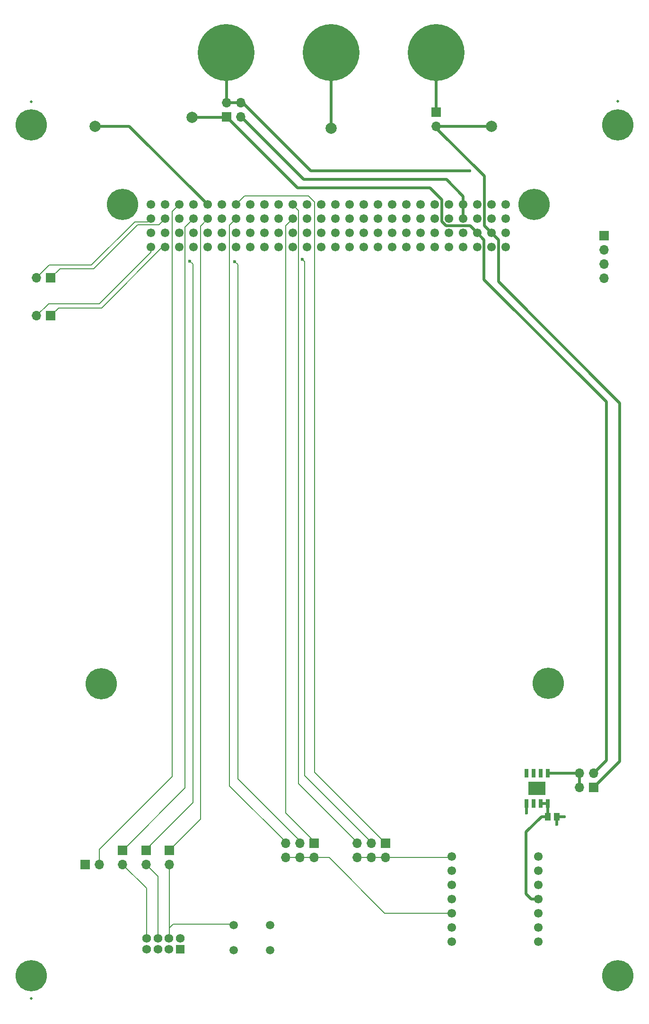
<source format=gbr>
%TF.GenerationSoftware,KiCad,Pcbnew,8.0.6*%
%TF.CreationDate,2024-11-11T12:52:55+02:00*%
%TF.ProjectId,Universal_Adaptor,556e6976-6572-4736-916c-5f4164617074,rev?*%
%TF.SameCoordinates,Original*%
%TF.FileFunction,Copper,L1,Top*%
%TF.FilePolarity,Positive*%
%FSLAX46Y46*%
G04 Gerber Fmt 4.6, Leading zero omitted, Abs format (unit mm)*
G04 Created by KiCad (PCBNEW 8.0.6) date 2024-11-11 12:52:55*
%MOMM*%
%LPD*%
G01*
G04 APERTURE LIST*
%TA.AperFunction,ComponentPad*%
%ADD10R,1.700000X1.700000*%
%TD*%
%TA.AperFunction,ComponentPad*%
%ADD11O,1.700000X1.700000*%
%TD*%
%TA.AperFunction,SMDPad,CuDef*%
%ADD12C,0.500000*%
%TD*%
%TA.AperFunction,SMDPad,CuDef*%
%ADD13C,2.000000*%
%TD*%
%TA.AperFunction,ComponentPad*%
%ADD14C,5.600000*%
%TD*%
%TA.AperFunction,ComponentPad*%
%ADD15C,1.550000*%
%TD*%
%TA.AperFunction,ComponentPad*%
%ADD16R,1.575000X1.575000*%
%TD*%
%TA.AperFunction,ComponentPad*%
%ADD17C,1.575000*%
%TD*%
%TA.AperFunction,SMDPad,CuDef*%
%ADD18R,1.020000X1.470000*%
%TD*%
%TA.AperFunction,ComponentPad*%
%ADD19C,10.160000*%
%TD*%
%TA.AperFunction,SMDPad,CuDef*%
%ADD20R,0.650000X1.525000*%
%TD*%
%TA.AperFunction,SMDPad,CuDef*%
%ADD21R,3.100000X2.400000*%
%TD*%
%TA.AperFunction,ComponentPad*%
%ADD22C,1.500000*%
%TD*%
%TA.AperFunction,ViaPad*%
%ADD23C,0.600000*%
%TD*%
%TA.AperFunction,Conductor*%
%ADD24C,0.500000*%
%TD*%
%TA.AperFunction,Conductor*%
%ADD25C,0.200000*%
%TD*%
G04 APERTURE END LIST*
D10*
%TO.P,J13,1,Pin_1*%
%TO.N,/COMMS_Tx*%
X114200000Y-164700000D03*
D11*
%TO.P,J13,2,Pin_2*%
%TO.N,/UART_Tx*%
X114200000Y-167240000D03*
%TO.P,J13,3,Pin_3*%
%TO.N,/RED_OBC_Tx*%
X111660000Y-164700000D03*
%TO.P,J13,4,Pin_4*%
%TO.N,/UART_Tx*%
X111660000Y-167240000D03*
%TO.P,J13,5,Pin_5*%
%TO.N,/OBC_Tx*%
X109120000Y-164700000D03*
%TO.P,J13,6,Pin_6*%
%TO.N,/UART_Tx*%
X109120000Y-167240000D03*
%TD*%
%TO.P,J6,4,Pin_4*%
%TO.N,/LDO_OUT*%
X161760000Y-152110000D03*
%TO.P,J6,3,Pin_3*%
%TO.N,/3V3_OBC*%
X164300000Y-152110000D03*
%TO.P,J6,2,Pin_2*%
%TO.N,/LDO_OUT*%
X161760000Y-154650000D03*
D10*
%TO.P,J6,1,Pin_1*%
%TO.N,/3V3_RED_OBC*%
X164300000Y-154650000D03*
%TD*%
D11*
%TO.P,J12,4,Pin_4*%
%TO.N,/COMMS_12V*%
X101115000Y-32210000D03*
%TO.P,J12,3,Pin_3*%
%TO.N,/VBAT*%
X101115000Y-34750000D03*
%TO.P,J12,2,Pin_2*%
%TO.N,/COMMS_12V*%
X98575000Y-32210000D03*
D10*
%TO.P,J12,1,Pin_1*%
%TO.N,/3V3_OBC*%
X98575000Y-34750000D03*
%TD*%
%TO.P,J11,1,Pin_1*%
%TO.N,/OBC_Rx*%
X127000000Y-164700000D03*
D11*
%TO.P,J11,2,Pin_2*%
%TO.N,/UART_Rx*%
X127000000Y-167240000D03*
%TO.P,J11,3,Pin_3*%
%TO.N,/RED_OBC_Rx*%
X124460000Y-164700000D03*
%TO.P,J11,4,Pin_4*%
%TO.N,/UART_Rx*%
X124460000Y-167240000D03*
%TO.P,J11,5,Pin_5*%
%TO.N,/COMMS_Rx*%
X121920000Y-164700000D03*
%TO.P,J11,6,Pin_6*%
%TO.N,/UART_Rx*%
X121920000Y-167240000D03*
%TD*%
D10*
%TO.P,J14,1,Pin_1*%
%TO.N,/COMMS_RST*%
X88318750Y-165900000D03*
D11*
%TO.P,J14,2,Pin_2*%
%TO.N,/SWRST*%
X88318750Y-168440000D03*
%TD*%
D12*
%TO.P,FID3,*%
%TO.N,*%
X168600000Y-31875000D03*
%TD*%
%TO.P,FID2,*%
%TO.N,*%
X63575000Y-32000000D03*
%TD*%
%TO.P,FID1,*%
%TO.N,*%
X63575000Y-192400000D03*
%TD*%
D10*
%TO.P,J26,1,Pin_1*%
%TO.N,GND*%
X73260000Y-168450000D03*
D11*
%TO.P,J26,2,Pin_2*%
%TO.N,/COMMS_SWOTRACE*%
X75800000Y-168450000D03*
%TD*%
D10*
%TO.P,J17,1,Pin_1*%
%TO.N,/COMMS_SWD*%
X79956250Y-165900000D03*
D11*
%TO.P,J17,2,Pin_2*%
%TO.N,/SWDIO*%
X79956250Y-168440000D03*
%TD*%
D10*
%TO.P,J16,1,Pin_1*%
%TO.N,/COMMS_SWCLK*%
X84137500Y-165900000D03*
D11*
%TO.P,J16,2,Pin_2*%
%TO.N,/SWCLK*%
X84137500Y-168440000D03*
%TD*%
D10*
%TO.P,J7,1,Pin_1*%
%TO.N,Net-(J5-Pin_1)*%
X136100000Y-33825000D03*
D11*
%TO.P,J7,2,Pin_2*%
%TO.N,/3V3_RED_OBC*%
X136100000Y-36365000D03*
%TD*%
D13*
%TO.P,TP2,1,1*%
%TO.N,/3V3_OBC*%
X92350000Y-34775000D03*
%TD*%
D10*
%TO.P,J20,1,Pin_1*%
%TO.N,/CANH_A*%
X67100000Y-70300000D03*
D11*
%TO.P,J20,2,Pin_2*%
%TO.N,/CANL_A*%
X64560000Y-70300000D03*
%TD*%
D14*
%TO.P,H7,1,1*%
%TO.N,unconnected-(H7-Pad1)*%
X76137000Y-136109000D03*
%TD*%
D15*
%TO.P,J9,1,1*%
%TO.N,unconnected-(J9-Pad1)*%
X154325000Y-182240000D03*
%TO.P,J9,2,2*%
%TO.N,unconnected-(J9-Pad2)*%
X154325000Y-179700000D03*
%TO.P,J9,3,3*%
%TO.N,unconnected-(J9-Pad3)*%
X154325000Y-177160000D03*
%TO.P,J9,4,4*%
%TO.N,/USB_5V*%
X154325000Y-174620000D03*
%TO.P,J9,5,5*%
%TO.N,unconnected-(J9-Pad5)*%
X154325000Y-172080000D03*
%TO.P,J9,6,6*%
%TO.N,unconnected-(J9-Pad6)*%
X154325000Y-169540000D03*
%TO.P,J9,7,7*%
%TO.N,GND*%
X154325000Y-167000000D03*
%TD*%
D14*
%TO.P,H6,1,1*%
%TO.N,unconnected-(H6-Pad1)*%
X153600000Y-50385000D03*
%TD*%
D16*
%TO.P,J8,1,1*%
%TO.N,GND*%
X90275000Y-183650000D03*
D17*
%TO.P,J8,2,2*%
X90275000Y-181650000D03*
%TO.P,J8,3,3*%
%TO.N,unconnected-(J8-Pad3)*%
X88275000Y-183650000D03*
%TO.P,J8,4,4*%
%TO.N,/SWRST*%
X88275000Y-181650000D03*
%TO.P,J8,5,5*%
%TO.N,unconnected-(J8-Pad5)*%
X86275000Y-183650000D03*
%TO.P,J8,6,6*%
%TO.N,/SWCLK*%
X86275000Y-181650000D03*
%TO.P,J8,7,7*%
%TO.N,unconnected-(J8-Pad7)*%
X84275000Y-183650000D03*
%TO.P,J8,8,8*%
%TO.N,/SWDIO*%
X84275000Y-181650000D03*
%TD*%
D18*
%TO.P,C1,1,1*%
%TO.N,GND*%
X157685000Y-159900000D03*
%TO.P,C1,2,2*%
%TO.N,/USB_5V*%
X156065000Y-159900000D03*
%TD*%
D14*
%TO.P,H8,1,1*%
%TO.N,unconnected-(H8-Pad1)*%
X156107000Y-136069000D03*
%TD*%
D19*
%TO.P,J4,1,Pin_1*%
%TO.N,GND*%
X117275000Y-23200000D03*
%TD*%
D14*
%TO.P,H3,1,1*%
%TO.N,unconnected-(H3-Pad1)*%
X168600000Y-36125000D03*
%TD*%
%TO.P,H5,1,1*%
%TO.N,unconnected-(H5-Pad1)*%
X79960000Y-50385000D03*
%TD*%
D13*
%TO.P,TP3,1,1*%
%TO.N,/3V3_RED_OBC*%
X145950000Y-36425000D03*
%TD*%
D10*
%TO.P,J10,1,Pin_1*%
%TO.N,GND*%
X166125000Y-55930000D03*
D11*
%TO.P,J10,2,Pin_2*%
X166125000Y-58470000D03*
%TO.P,J10,3,Pin_3*%
%TO.N,/COMMS_12V*%
X166125000Y-61010000D03*
%TO.P,J10,4,Pin_4*%
X166125000Y-63550000D03*
%TD*%
D13*
%TO.P,TP1,1,1*%
%TO.N,/COMMS_3V3_REF*%
X75025000Y-36400000D03*
%TD*%
D20*
%TO.P,IC1,1,OUT*%
%TO.N,/LDO_OUT*%
X156050000Y-152126000D03*
%TO.P,IC1,2,FB/NC*%
%TO.N,unconnected-(IC1-FB{slash}NC-Pad2)*%
X154780000Y-152126000D03*
%TO.P,IC1,3,NC_1*%
%TO.N,unconnected-(IC1-NC_1-Pad3)*%
X153510000Y-152126000D03*
%TO.P,IC1,4,NC_2*%
%TO.N,unconnected-(IC1-NC_2-Pad4)*%
X152240000Y-152126000D03*
%TO.P,IC1,5,GND_1*%
%TO.N,GND*%
X152240000Y-157550000D03*
%TO.P,IC1,6,NC_3*%
%TO.N,unconnected-(IC1-NC_3-Pad6)*%
X153510000Y-157550000D03*
%TO.P,IC1,7,EN*%
%TO.N,/USB_5V*%
X154780000Y-157550000D03*
%TO.P,IC1,8,IN*%
X156050000Y-157550000D03*
D21*
%TO.P,IC1,9,GND_2*%
%TO.N,GND*%
X154145000Y-154838000D03*
%TD*%
D15*
%TO.P,J2,1,1*%
%TO.N,GND*%
X138825000Y-182240000D03*
%TO.P,J2,2,2*%
%TO.N,unconnected-(J2-Pad2)*%
X138825000Y-179700000D03*
%TO.P,J2,3,3*%
%TO.N,/UART_Tx*%
X138825000Y-177160000D03*
%TO.P,J2,4,4*%
%TO.N,unconnected-(J2-Pad4)*%
X138825000Y-174620000D03*
%TO.P,J2,5,5*%
%TO.N,unconnected-(J2-Pad5)*%
X138825000Y-172080000D03*
%TO.P,J2,6,6*%
%TO.N,unconnected-(J2-Pad6)*%
X138825000Y-169540000D03*
%TO.P,J2,7,7*%
%TO.N,/UART_Rx*%
X138825000Y-167000000D03*
%TD*%
D14*
%TO.P,H4,1,1*%
%TO.N,unconnected-(H4-Pad1)*%
X168600000Y-188350000D03*
%TD*%
D10*
%TO.P,J21,1,Pin_1*%
%TO.N,/CANH_B*%
X67100000Y-63500000D03*
D11*
%TO.P,J21,2,Pin_2*%
%TO.N,/CANL_B*%
X64560000Y-63500000D03*
%TD*%
D13*
%TO.P,TP4,1,1*%
%TO.N,GND*%
X117275000Y-36750000D03*
%TD*%
D15*
%TO.P,J1,1,1*%
%TO.N,unconnected-(J1-Pad1)*%
X84998000Y-50401000D03*
%TO.P,J1,2,2*%
%TO.N,/CANL_B*%
X84998000Y-52941000D03*
%TO.P,J1,3,3*%
%TO.N,unconnected-(J1-Pad3)*%
X87538000Y-50401000D03*
%TO.P,J1,4,4*%
%TO.N,/CANH_B*%
X87538000Y-52941000D03*
%TO.P,J1,5,5*%
%TO.N,/COMMS_SWOTRACE*%
X90078000Y-50401000D03*
%TO.P,J1,6,6*%
%TO.N,unconnected-(J1-Pad6)*%
X90078000Y-52941000D03*
%TO.P,J1,7,7*%
%TO.N,/COMMS_SWCLK*%
X92618000Y-50401000D03*
%TO.P,J1,8,8*%
%TO.N,/COMMS_SWD*%
X92618000Y-52941000D03*
%TO.P,J1,9,9*%
%TO.N,/COMMS_3V3_REF*%
X95158000Y-50401000D03*
%TO.P,J1,10,10*%
%TO.N,/COMMS_RST*%
X95158000Y-52941000D03*
%TO.P,J1,11,11*%
%TO.N,/RED_OBC_Rx*%
X97698000Y-50401000D03*
%TO.P,J1,12,12*%
%TO.N,/RED_OBC_Tx*%
X97698000Y-52941000D03*
%TO.P,J1,13,13*%
%TO.N,/OBC_Rx*%
X100238000Y-50401000D03*
%TO.P,J1,14,14*%
%TO.N,/OBC_Tx*%
X100238000Y-52941000D03*
%TO.P,J1,15,15*%
%TO.N,unconnected-(J1-Pad15)*%
X102778000Y-50401000D03*
%TO.P,J1,16,16*%
%TO.N,unconnected-(J1-Pad16)*%
X102778000Y-52941000D03*
%TO.P,J1,17,17*%
%TO.N,unconnected-(J1-Pad17)*%
X105318000Y-50401000D03*
%TO.P,J1,18,18*%
%TO.N,unconnected-(J1-Pad18)*%
X105318000Y-52941000D03*
%TO.P,J1,19,19*%
%TO.N,unconnected-(J1-Pad19)*%
X107858000Y-50401000D03*
%TO.P,J1,20,20*%
%TO.N,unconnected-(J1-Pad20)*%
X107858000Y-52941000D03*
%TO.P,J1,21,21*%
%TO.N,/COMMS_Rx*%
X110398000Y-50401000D03*
%TO.P,J1,22,22*%
%TO.N,/COMMS_Tx*%
X110398000Y-52941000D03*
%TO.P,J1,23,23*%
%TO.N,unconnected-(J1-Pad23)*%
X112938000Y-50401000D03*
%TO.P,J1,24,24*%
%TO.N,unconnected-(J1-Pad24)*%
X112938000Y-52941000D03*
%TO.P,J1,25,25*%
%TO.N,unconnected-(J1-Pad25)*%
X115478000Y-50401000D03*
%TO.P,J1,26,26*%
%TO.N,unconnected-(J1-Pad26)*%
X115478000Y-52941000D03*
%TO.P,J1,27,27*%
%TO.N,unconnected-(J1-Pad27)*%
X118018000Y-50401000D03*
%TO.P,J1,28,28*%
%TO.N,unconnected-(J1-Pad28)*%
X118018000Y-52941000D03*
%TO.P,J1,29,29*%
%TO.N,unconnected-(J1-Pad29)*%
X120558000Y-50401000D03*
%TO.P,J1,30,30*%
%TO.N,GND*%
X120558000Y-52941000D03*
%TO.P,J1,31,31*%
X123098000Y-50401000D03*
%TO.P,J1,32,32*%
%TO.N,unconnected-(J1-Pad32)*%
X123098000Y-52941000D03*
%TO.P,J1,33,33*%
%TO.N,unconnected-(J1-Pad33)*%
X125638000Y-50401000D03*
%TO.P,J1,34,34*%
%TO.N,unconnected-(J1-Pad34)*%
X125638000Y-52941000D03*
%TO.P,J1,35,35*%
%TO.N,unconnected-(J1-Pad35)*%
X128178000Y-50401000D03*
%TO.P,J1,36,36*%
%TO.N,unconnected-(J1-Pad36)*%
X128178000Y-52941000D03*
%TO.P,J1,37,37*%
%TO.N,unconnected-(J1-Pad37)*%
X130718000Y-50401000D03*
%TO.P,J1,38,38*%
%TO.N,unconnected-(J1-Pad38)*%
X130718000Y-52941000D03*
%TO.P,J1,39,39*%
%TO.N,GND*%
X133258000Y-50401000D03*
%TO.P,J1,40,40*%
X133258000Y-52941000D03*
%TO.P,J1,41,41*%
X135798000Y-50401000D03*
%TO.P,J1,42,42*%
X135798000Y-52941000D03*
%TO.P,J1,43,43*%
X138338000Y-50401000D03*
%TO.P,J1,44,44*%
X138338000Y-52941000D03*
%TO.P,J1,45,45*%
%TO.N,/VBAT*%
X140878000Y-50401000D03*
%TO.P,J1,46,46*%
X140878000Y-52941000D03*
%TO.P,J1,47,47*%
%TO.N,unconnected-(J1-Pad47)*%
X143418000Y-50401000D03*
%TO.P,J1,48,48*%
%TO.N,unconnected-(J1-Pad48)*%
X143418000Y-52941000D03*
%TO.P,J1,49,49*%
%TO.N,unconnected-(J1-Pad49)*%
X145958000Y-50401000D03*
%TO.P,J1,50,50*%
%TO.N,unconnected-(J1-Pad50)*%
X145958000Y-52941000D03*
%TO.P,J1,51,51*%
%TO.N,unconnected-(J1-Pad51)*%
X148498000Y-50401000D03*
%TO.P,J1,52,52*%
%TO.N,unconnected-(J1-Pad52)*%
X148498000Y-52941000D03*
%TD*%
%TO.P,J22,1,1*%
%TO.N,unconnected-(J22-Pad1)*%
X84998000Y-55481000D03*
%TO.P,J22,2,2*%
%TO.N,/CANL_A*%
X84998000Y-58021000D03*
%TO.P,J22,3,3*%
%TO.N,unconnected-(J22-Pad3)*%
X87538000Y-55481000D03*
%TO.P,J22,4,4*%
%TO.N,/CANH_A*%
X87538000Y-58021000D03*
%TO.P,J22,5,5*%
%TO.N,unconnected-(J22-Pad5)*%
X90078000Y-55481000D03*
%TO.P,J22,6,6*%
%TO.N,unconnected-(J22-Pad6)*%
X90078000Y-58021000D03*
%TO.P,J22,7,7*%
%TO.N,unconnected-(J22-Pad7)*%
X92618000Y-55481000D03*
%TO.P,J22,8,8*%
%TO.N,unconnected-(J22-Pad8)*%
X92618000Y-58021000D03*
%TO.P,J22,9,9*%
%TO.N,unconnected-(J22-Pad9)*%
X95158000Y-55481000D03*
%TO.P,J22,10,10*%
%TO.N,unconnected-(J22-Pad10)*%
X95158000Y-58021000D03*
%TO.P,J22,11,11*%
%TO.N,unconnected-(J22-Pad11)*%
X97698000Y-55481000D03*
%TO.P,J22,12,12*%
%TO.N,unconnected-(J22-Pad12)*%
X97698000Y-58021000D03*
%TO.P,J22,13,13*%
%TO.N,unconnected-(J22-Pad13)*%
X100238000Y-55481000D03*
%TO.P,J22,14,14*%
%TO.N,unconnected-(J22-Pad14)*%
X100238000Y-58021000D03*
%TO.P,J22,15,15*%
%TO.N,unconnected-(J22-Pad15)*%
X102778000Y-55481000D03*
%TO.P,J22,16,16*%
%TO.N,unconnected-(J22-Pad16)*%
X102778000Y-58021000D03*
%TO.P,J22,17,17*%
%TO.N,unconnected-(J22-Pad17)*%
X105318000Y-55481000D03*
%TO.P,J22,18,18*%
%TO.N,unconnected-(J22-Pad18)*%
X105318000Y-58021000D03*
%TO.P,J22,19,19*%
%TO.N,unconnected-(J22-Pad19)*%
X107858000Y-55481000D03*
%TO.P,J22,20,20*%
%TO.N,unconnected-(J22-Pad20)*%
X107858000Y-58021000D03*
%TO.P,J22,21,21*%
%TO.N,unconnected-(J22-Pad21)*%
X110398000Y-55481000D03*
%TO.P,J22,22,22*%
%TO.N,unconnected-(J22-Pad22)*%
X110398000Y-58021000D03*
%TO.P,J22,23,23*%
%TO.N,unconnected-(J22-Pad23)*%
X112938000Y-55481000D03*
%TO.P,J22,24,24*%
%TO.N,unconnected-(J22-Pad24)*%
X112938000Y-58021000D03*
%TO.P,J22,25,25*%
%TO.N,unconnected-(J22-Pad25)*%
X115478000Y-55481000D03*
%TO.P,J22,26,26*%
%TO.N,unconnected-(J22-Pad26)*%
X115478000Y-58021000D03*
%TO.P,J22,27,27*%
%TO.N,GND*%
X118018000Y-55481000D03*
%TO.P,J22,28,28*%
X118018000Y-58021000D03*
%TO.P,J22,29,29*%
%TO.N,unconnected-(J22-Pad29)*%
X120558000Y-55481000D03*
%TO.P,J22,30,30*%
%TO.N,unconnected-(J22-Pad30)*%
X120558000Y-58021000D03*
%TO.P,J22,31,31*%
%TO.N,GND*%
X123098000Y-55481000D03*
%TO.P,J22,32,32*%
X123098000Y-58021000D03*
%TO.P,J22,33,33*%
%TO.N,unconnected-(J22-Pad33)*%
X125638000Y-55481000D03*
%TO.P,J22,34,34*%
%TO.N,unconnected-(J22-Pad34)*%
X125638000Y-58021000D03*
%TO.P,J22,35,35*%
%TO.N,unconnected-(J22-Pad35)*%
X128178000Y-55481000D03*
%TO.P,J22,36,36*%
%TO.N,unconnected-(J22-Pad36)*%
X128178000Y-58021000D03*
%TO.P,J22,37,37*%
%TO.N,unconnected-(J22-Pad37)*%
X130718000Y-55481000D03*
%TO.P,J22,38,38*%
%TO.N,unconnected-(J22-Pad38)*%
X130718000Y-58021000D03*
%TO.P,J22,39,39*%
%TO.N,GND*%
X133258000Y-55481000D03*
%TO.P,J22,40,40*%
X133258000Y-58021000D03*
%TO.P,J22,41,41*%
X135798000Y-55481000D03*
%TO.P,J22,42,42*%
%TO.N,unconnected-(J22-Pad42)*%
X135798000Y-58021000D03*
%TO.P,J22,43,43*%
%TO.N,unconnected-(J22-Pad43)*%
X138338000Y-55481000D03*
%TO.P,J22,44,44*%
%TO.N,unconnected-(J22-Pad44)*%
X138338000Y-58021000D03*
%TO.P,J22,45,45*%
%TO.N,unconnected-(J22-Pad45)*%
X140878000Y-55481000D03*
%TO.P,J22,46,46*%
%TO.N,unconnected-(J22-Pad46)*%
X140878000Y-58021000D03*
%TO.P,J22,47,47*%
%TO.N,/3V3_OBC*%
X143418000Y-55481000D03*
%TO.P,J22,48,48*%
%TO.N,unconnected-(J22-Pad48)*%
X143418000Y-58021000D03*
%TO.P,J22,49,49*%
%TO.N,/3V3_RED_OBC*%
X145958000Y-55481000D03*
%TO.P,J22,50,50*%
%TO.N,unconnected-(J22-Pad50)*%
X145958000Y-58021000D03*
%TO.P,J22,51,51*%
%TO.N,unconnected-(J22-Pad51)*%
X148498000Y-55481000D03*
%TO.P,J22,52,52*%
%TO.N,unconnected-(J22-Pad52)*%
X148498000Y-58021000D03*
%TD*%
D14*
%TO.P,H1,1,1*%
%TO.N,unconnected-(H1-Pad1)*%
X63575000Y-36125000D03*
%TD*%
D19*
%TO.P,J5,1,Pin_1*%
%TO.N,Net-(J5-Pin_1)*%
X136075000Y-23200000D03*
%TD*%
%TO.P,J3,1,Pin_1*%
%TO.N,/COMMS_12V*%
X98475000Y-23200000D03*
%TD*%
D22*
%TO.P,S1,1,1*%
%TO.N,/SWRST*%
X99875000Y-179300000D03*
%TO.P,S1,2,2*%
%TO.N,unconnected-(S1-Pad2)*%
X106375000Y-179300000D03*
%TO.P,S1,3,3*%
%TO.N,unconnected-(S1-Pad3)*%
X99875000Y-183800000D03*
%TO.P,S1,4,4*%
%TO.N,GND*%
X106375000Y-183800000D03*
%TD*%
D14*
%TO.P,H2,1,1*%
%TO.N,unconnected-(H2-Pad1)*%
X63575000Y-188350000D03*
%TD*%
D23*
%TO.N,/RED_OBC_Tx*%
X100000000Y-60575000D03*
%TO.N,GND*%
X154145000Y-154838000D03*
X159000000Y-159900000D03*
X155125000Y-155550000D03*
X153225000Y-155550000D03*
X153225000Y-154125000D03*
X157700000Y-161250000D03*
X152250000Y-159225000D03*
X155125000Y-154125000D03*
%TO.N,/COMMS_SWCLK*%
X92000000Y-60525000D03*
%TO.N,/RED_OBC_Rx*%
X112125000Y-60225000D03*
%TO.N,/COMMS_12V*%
X142100000Y-44350000D03*
%TD*%
D24*
%TO.N,/3V3_OBC*%
X142175000Y-54208000D02*
X143418000Y-55451000D01*
X137833000Y-54208000D02*
X142175000Y-54208000D01*
X137075000Y-53450000D02*
X137833000Y-54208000D01*
X137075000Y-49500000D02*
X137075000Y-53450000D01*
X134975000Y-47400000D02*
X137075000Y-49500000D01*
X111250000Y-47400000D02*
X134975000Y-47400000D01*
X98575000Y-34750000D02*
X98600000Y-34750000D01*
X98600000Y-34750000D02*
X111250000Y-47400000D01*
%TO.N,/VBAT*%
X112325000Y-45925000D02*
X137900000Y-45925000D01*
X101150000Y-34750000D02*
X112325000Y-45925000D01*
X137900000Y-45925000D02*
X140878000Y-48903000D01*
X101115000Y-34750000D02*
X101150000Y-34750000D01*
X140878000Y-48903000D02*
X140878000Y-50401000D01*
%TO.N,/COMMS_12V*%
X101460000Y-32210000D02*
X101115000Y-32210000D01*
X113600000Y-44350000D02*
X101460000Y-32210000D01*
X142100000Y-44350000D02*
X113600000Y-44350000D01*
X98575000Y-23300000D02*
X98475000Y-23200000D01*
X98575000Y-32210000D02*
X98575000Y-23300000D01*
X101115000Y-32210000D02*
X98575000Y-32210000D01*
%TO.N,/3V3_OBC*%
X98550000Y-34775000D02*
X98575000Y-34750000D01*
X92350000Y-34775000D02*
X98550000Y-34775000D01*
D25*
%TO.N,/UART_Tx*%
X126860000Y-177160000D02*
X138825000Y-177160000D01*
X116940000Y-167240000D02*
X126860000Y-177160000D01*
X114200000Y-167240000D02*
X116940000Y-167240000D01*
X111660000Y-167240000D02*
X114200000Y-167240000D01*
X109120000Y-167240000D02*
X111660000Y-167240000D01*
%TO.N,/UART_Rx*%
X138585000Y-167240000D02*
X138825000Y-167000000D01*
X127000000Y-167240000D02*
X138585000Y-167240000D01*
X124460000Y-167240000D02*
X127000000Y-167240000D01*
X121920000Y-167240000D02*
X124460000Y-167240000D01*
%TO.N,/OBC_Rx*%
X101814000Y-48825000D02*
X100238000Y-50401000D01*
X114275000Y-49925000D02*
X113175000Y-48825000D01*
X113175000Y-48825000D02*
X101814000Y-48825000D01*
X114275000Y-151975000D02*
X114275000Y-49925000D01*
X127000000Y-164700000D02*
X114275000Y-151975000D01*
%TO.N,/COMMS_Rx*%
X121970000Y-164495000D02*
X111475000Y-154000000D01*
X111475000Y-154000000D02*
X111475000Y-51478000D01*
X121970000Y-164510000D02*
X121970000Y-164495000D01*
X111475000Y-51478000D02*
X110398000Y-50401000D01*
%TO.N,/RED_OBC_Rx*%
X124510000Y-164650000D02*
X124510000Y-164510000D01*
X112500000Y-152525000D02*
X124460000Y-164485000D01*
X112500000Y-60600000D02*
X112500000Y-152525000D01*
X124460000Y-164700000D02*
X124510000Y-164650000D01*
X112125000Y-60225000D02*
X112500000Y-60600000D01*
X124460000Y-164485000D02*
X124460000Y-164700000D01*
%TO.N,/OBC_Tx*%
X109120000Y-164445000D02*
X99075000Y-154400000D01*
X109120000Y-164700000D02*
X109120000Y-164445000D01*
%TO.N,/RED_OBC_Tx*%
X100575000Y-61150000D02*
X100000000Y-60575000D01*
%TO.N,/COMMS_Tx*%
X109125000Y-159250000D02*
X109125000Y-54214000D01*
X114200000Y-164325000D02*
X109125000Y-159250000D01*
X109125000Y-54214000D02*
X110398000Y-52941000D01*
X114200000Y-164700000D02*
X114200000Y-164325000D01*
%TO.N,/RED_OBC_Tx*%
X111660000Y-164235000D02*
X100575000Y-153150000D01*
%TO.N,/OBC_Tx*%
X99075000Y-54104000D02*
X100238000Y-52941000D01*
X99075000Y-154400000D02*
X99075000Y-54104000D01*
%TO.N,/RED_OBC_Tx*%
X100575000Y-153150000D02*
X100575000Y-61150000D01*
X111660000Y-164700000D02*
X111660000Y-164235000D01*
D24*
%TO.N,/LDO_OUT*%
X161760000Y-154650000D02*
X161760000Y-152110000D01*
X161744000Y-152126000D02*
X161760000Y-152110000D01*
X156050000Y-152126000D02*
X161744000Y-152126000D01*
%TO.N,/3V3_RED_OBC*%
X168950000Y-85900000D02*
X168950000Y-150000000D01*
X147225000Y-64175000D02*
X168950000Y-85900000D01*
X168950000Y-150000000D02*
X164300000Y-154650000D01*
X147225000Y-56748000D02*
X147225000Y-64175000D01*
X145958000Y-55481000D02*
X147225000Y-56748000D01*
%TO.N,/3V3_OBC*%
X166525000Y-85700000D02*
X144650000Y-63825000D01*
X164300000Y-152110000D02*
X166525000Y-149885000D01*
X166525000Y-149885000D02*
X166525000Y-85700000D01*
X144650000Y-63825000D02*
X144650000Y-56713000D01*
X144650000Y-56713000D02*
X143418000Y-55481000D01*
D25*
%TO.N,/COMMS_SWOTRACE*%
X75800000Y-165750000D02*
X75800000Y-168450000D01*
X88850000Y-152700000D02*
X75800000Y-165750000D01*
X88850000Y-51629000D02*
X88850000Y-152700000D01*
X90078000Y-50401000D02*
X88850000Y-51629000D01*
%TO.N,/CANH_B*%
X68725000Y-61875000D02*
X67100000Y-63500000D01*
X74750000Y-61875000D02*
X68725000Y-61875000D01*
X87538000Y-52941000D02*
X86463000Y-54016000D01*
X82609000Y-54016000D02*
X74750000Y-61875000D01*
X86463000Y-54016000D02*
X82609000Y-54016000D01*
%TO.N,/CANL_B*%
X84998000Y-52941000D02*
X84414000Y-53525000D01*
X74375000Y-61250000D02*
X66810000Y-61250000D01*
X84414000Y-53525000D02*
X82100000Y-53525000D01*
X82100000Y-53525000D02*
X74375000Y-61250000D01*
X66810000Y-61250000D02*
X64560000Y-63500000D01*
D24*
%TO.N,GND*%
X157685000Y-159900000D02*
X157685000Y-161235000D01*
D25*
X152240000Y-159215000D02*
X152250000Y-159225000D01*
X157685000Y-161235000D02*
X157700000Y-161250000D01*
D24*
X117275000Y-36750000D02*
X117275000Y-23200000D01*
X152240000Y-157550000D02*
X152240000Y-159215000D01*
X157685000Y-159900000D02*
X159000000Y-159900000D01*
D25*
%TO.N,/COMMS_RST*%
X93875000Y-160375000D02*
X93875000Y-54224000D01*
X93875000Y-54224000D02*
X95158000Y-52941000D01*
X88318750Y-165900000D02*
X88350000Y-165900000D01*
X88350000Y-165900000D02*
X93875000Y-160375000D01*
D24*
%TO.N,/COMMS_3V3_REF*%
X75025000Y-36400000D02*
X81157000Y-36400000D01*
X81157000Y-36400000D02*
X95158000Y-50401000D01*
D25*
%TO.N,/COMMS_SWD*%
X79956250Y-165900000D02*
X80025000Y-165900000D01*
X91150000Y-58439280D02*
X91153000Y-58436280D01*
X91153000Y-58436280D02*
X91153000Y-54406000D01*
X91153000Y-54406000D02*
X92618000Y-52941000D01*
X80025000Y-165900000D02*
X91150000Y-154775000D01*
X91150000Y-154775000D02*
X91150000Y-58439280D01*
%TO.N,/COMMS_SWCLK*%
X92525000Y-157425000D02*
X84137500Y-165812500D01*
X92525000Y-61050000D02*
X92525000Y-157425000D01*
X92000000Y-60525000D02*
X92525000Y-61050000D01*
X84137500Y-165812500D02*
X84137500Y-165900000D01*
D24*
%TO.N,/COMMS_12V*%
X98625000Y-32500000D02*
X98600000Y-32475000D01*
D25*
%TO.N,Net-(J5-Pin_1)*%
X136100000Y-23225000D02*
X136075000Y-23200000D01*
D24*
X136100000Y-33825000D02*
X136100000Y-23225000D01*
%TO.N,/3V3_RED_OBC*%
X144675000Y-54168000D02*
X145958000Y-55451000D01*
X136100000Y-36700000D02*
X144675000Y-45275000D01*
X136100000Y-36365000D02*
X136100000Y-36700000D01*
X144675000Y-45275000D02*
X144675000Y-54168000D01*
X136340000Y-36365000D02*
X136400000Y-36425000D01*
X136400000Y-36425000D02*
X145950000Y-36425000D01*
X136100000Y-36365000D02*
X136340000Y-36365000D01*
D25*
%TO.N,/SWRST*%
X89025000Y-179150000D02*
X88318750Y-179856250D01*
X88318750Y-181606250D02*
X88275000Y-181650000D01*
X99875000Y-179300000D02*
X99725000Y-179150000D01*
X88318750Y-168440000D02*
X88318750Y-181606250D01*
X99725000Y-179150000D02*
X89025000Y-179150000D01*
X88318750Y-179856250D02*
X88318750Y-181606250D01*
%TO.N,/SWDIO*%
X84275000Y-172750000D02*
X84275000Y-181650000D01*
X79956250Y-168440000D02*
X79965000Y-168440000D01*
X79965000Y-168440000D02*
X84275000Y-172750000D01*
%TO.N,/SWCLK*%
X84137500Y-168440000D02*
X86275000Y-170577500D01*
X86275000Y-170577500D02*
X86275000Y-181650000D01*
%TO.N,/CANL_A*%
X84998000Y-58902000D02*
X75750000Y-68150000D01*
X66710000Y-68150000D02*
X64560000Y-70300000D01*
X75750000Y-68150000D02*
X66710000Y-68150000D01*
X84998000Y-57991000D02*
X84998000Y-58902000D01*
%TO.N,/CANH_A*%
X87059000Y-57991000D02*
X76175000Y-68875000D01*
X87538000Y-57991000D02*
X87059000Y-57991000D01*
X76175000Y-68875000D02*
X68525000Y-68875000D01*
X68525000Y-68875000D02*
X67100000Y-70300000D01*
D24*
%TO.N,/USB_5V*%
X156065000Y-159900000D02*
X156065000Y-157565000D01*
X154950000Y-159900000D02*
X156065000Y-159900000D01*
X154780000Y-157550000D02*
X156050000Y-157550000D01*
X156065000Y-157565000D02*
X156050000Y-157550000D01*
X153095000Y-174620000D02*
X152175000Y-173700000D01*
X152175000Y-162675000D02*
X154950000Y-159900000D01*
X154325000Y-174620000D02*
X153095000Y-174620000D01*
X152175000Y-173700000D02*
X152175000Y-162675000D01*
%TO.N,/VBAT*%
X140878000Y-50401000D02*
X140878000Y-52941000D01*
%TD*%
M02*

</source>
